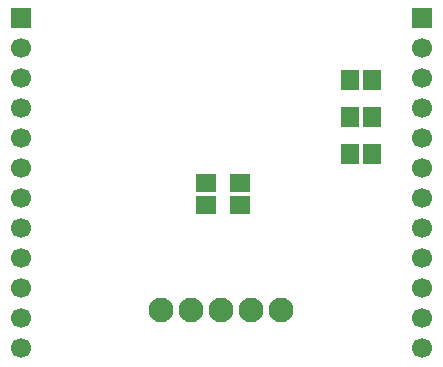
<source format=gbr>
G04 DipTrace 3.1.0.1*
G04 BottomMask.gbr*
%MOIN*%
G04 #@! TF.FileFunction,Soldermask,Bot*
G04 #@! TF.Part,Single*
%ADD44C,0.082677*%
%ADD48C,0.066929*%
%ADD50R,0.066929X0.066929*%
%ADD52R,0.059055X0.066929*%
%ADD54R,0.066929X0.059055*%
%FSLAX26Y26*%
G04*
G70*
G90*
G75*
G01*
G04 BotMask*
%LPD*%
D54*
X1071260Y930315D3*
Y1005118D3*
X1185433Y930709D3*
Y1005512D3*
D50*
X453544Y1554331D3*
D48*
Y1454331D3*
Y1354331D3*
Y1254331D3*
Y1154331D3*
Y1054331D3*
Y954331D3*
Y854331D3*
Y754331D3*
Y654331D3*
Y554331D3*
Y454331D3*
D50*
X1792126Y1554331D3*
D48*
Y1454331D3*
Y1354331D3*
Y1254331D3*
Y1154331D3*
Y1054331D3*
Y954331D3*
Y854331D3*
Y754331D3*
Y654331D3*
Y554331D3*
Y454331D3*
D44*
X1321260Y580315D3*
X1221260D3*
X1121260D3*
X1021260D3*
X921260D3*
D52*
X1625984Y1349213D3*
X1551181D3*
X1550394Y1223622D3*
X1625197D3*
X1550788Y1100788D3*
X1625591D3*
M02*

</source>
